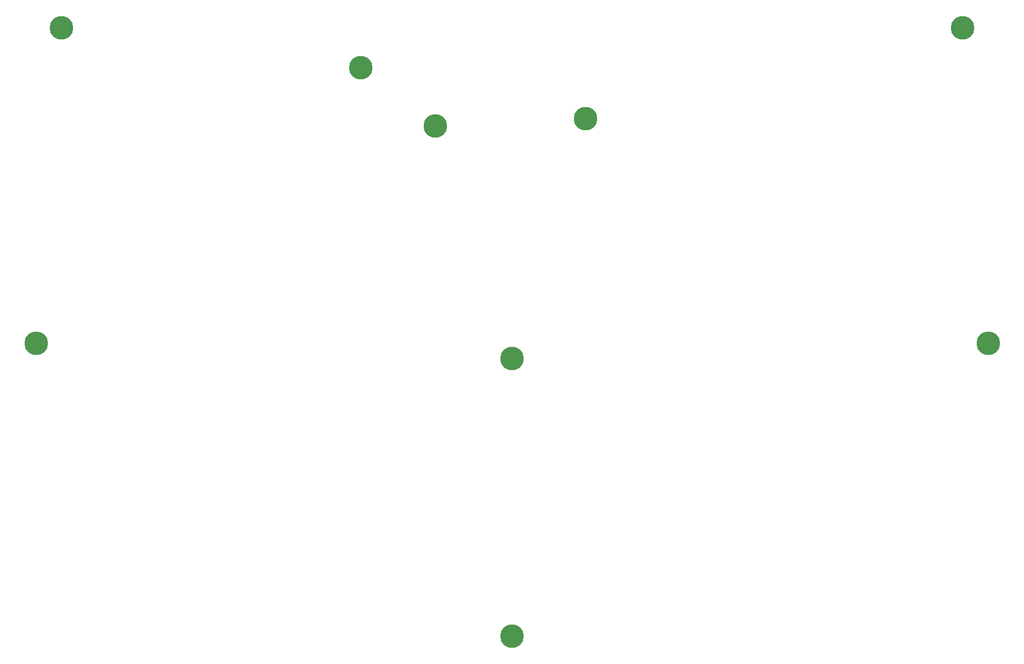
<source format=gbs>
G04 #@! TF.GenerationSoftware,KiCad,Pcbnew,(6.0.0)*
G04 #@! TF.CreationDate,2023-05-15T23:42:03+03:00*
G04 #@! TF.ProjectId,choctopus44-bottom-plate,63686f63-746f-4707-9573-34342d626f74,2.0*
G04 #@! TF.SameCoordinates,Original*
G04 #@! TF.FileFunction,Soldermask,Bot*
G04 #@! TF.FilePolarity,Negative*
%FSLAX46Y46*%
G04 Gerber Fmt 4.6, Leading zero omitted, Abs format (unit mm)*
G04 Created by KiCad (PCBNEW (6.0.0)) date 2023-05-15 23:42:03*
%MOMM*%
%LPD*%
G01*
G04 APERTURE LIST*
%ADD10C,3.800000*%
G04 APERTURE END LIST*
D10*
X148331772Y-98680000D03*
X123921772Y-51750000D03*
X160171772Y-60000000D03*
X220971772Y-45300000D03*
X225071772Y-96200000D03*
X135971772Y-61200000D03*
X75691772Y-45300000D03*
X148331772Y-143500000D03*
X71591772Y-96200000D03*
M02*

</source>
